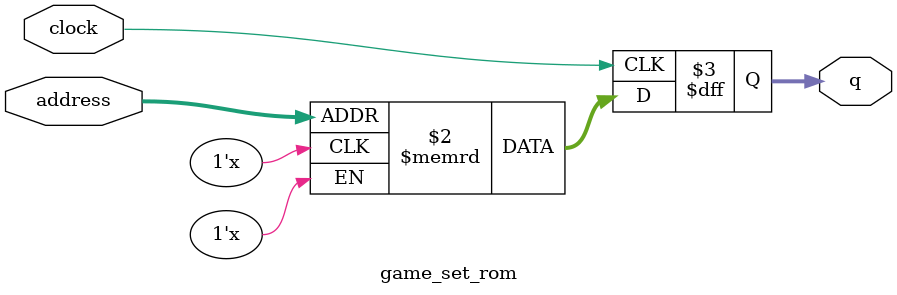
<source format=sv>
module game_set_rom (
	input logic clock,
	input logic [11:0] address,
	output logic [2:0] q
);

logic [2:0] memory [0:2499] /* synthesis ram_init_file = "./game_set.mif" */;

always_ff @ (posedge clock) begin
	q <= memory[address];
end

endmodule

</source>
